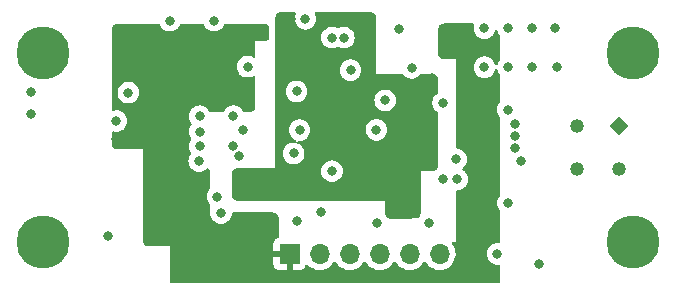
<source format=gbr>
%TF.GenerationSoftware,KiCad,Pcbnew,6.0.6-3a73a75311~116~ubuntu20.04.1*%
%TF.CreationDate,2022-07-05T10:29:56+02:00*%
%TF.ProjectId,Temperature_Tire_Sensor,54656d70-6572-4617-9475-72655f546972,rev?*%
%TF.SameCoordinates,Original*%
%TF.FileFunction,Copper,L3,Inr*%
%TF.FilePolarity,Positive*%
%FSLAX46Y46*%
G04 Gerber Fmt 4.6, Leading zero omitted, Abs format (unit mm)*
G04 Created by KiCad (PCBNEW 6.0.6-3a73a75311~116~ubuntu20.04.1) date 2022-07-05 10:29:56*
%MOMM*%
%LPD*%
G01*
G04 APERTURE LIST*
G04 Aperture macros list*
%AMRotRect*
0 Rectangle, with rotation*
0 The origin of the aperture is its center*
0 $1 length*
0 $2 width*
0 $3 Rotation angle, in degrees counterclockwise*
0 Add horizontal line*
21,1,$1,$2,0,0,$3*%
G04 Aperture macros list end*
%TA.AperFunction,ComponentPad*%
%ADD10C,4.500000*%
%TD*%
%TA.AperFunction,ComponentPad*%
%ADD11RotRect,1.192000X1.192000X45.000000*%
%TD*%
%TA.AperFunction,ComponentPad*%
%ADD12C,1.192000*%
%TD*%
%TA.AperFunction,ComponentPad*%
%ADD13R,1.700000X1.700000*%
%TD*%
%TA.AperFunction,ComponentPad*%
%ADD14O,1.700000X1.700000*%
%TD*%
%TA.AperFunction,ViaPad*%
%ADD15C,0.800000*%
%TD*%
G04 APERTURE END LIST*
D10*
%TO.N,GND*%
%TO.C,H2*%
X153000000Y-115000000D03*
%TD*%
%TO.N,GND*%
%TO.C,H3*%
X103000000Y-99000000D03*
%TD*%
%TO.N,GND*%
%TO.C,H1*%
X153000000Y-99000000D03*
%TD*%
D11*
%TO.N,/SCL*%
%TO.C,IC1*%
X151796051Y-105203949D03*
D12*
%TO.N,/SDA*%
X148203949Y-105203949D03*
%TO.N,Net-(C14-Pad1)*%
X148203949Y-108796051D03*
%TO.N,GND*%
X151796051Y-108796051D03*
%TD*%
D13*
%TO.N,+3V3*%
%TO.C,J1*%
X123900000Y-116000000D03*
D14*
%TO.N,/SWCLK*%
X126440000Y-116000000D03*
%TO.N,GND*%
X128980000Y-116000000D03*
%TO.N,/SWDIO*%
X131520000Y-116000000D03*
%TO.N,/NRST*%
X134060000Y-116000000D03*
%TO.N,/SWO*%
X136600000Y-116000000D03*
%TD*%
D10*
%TO.N,GND*%
%TO.C,H4*%
X103000000Y-115000000D03*
%TD*%
D15*
%TO.N,GND*%
X109250000Y-104750000D03*
X108550000Y-114500000D03*
X135700000Y-113400000D03*
X142400000Y-96900000D03*
X131300000Y-113400000D03*
X116300000Y-105650000D03*
X132000000Y-103000000D03*
X143000000Y-107000000D03*
X119600000Y-107750000D03*
X119150000Y-104350000D03*
X145000000Y-116900000D03*
X140400000Y-100200000D03*
X136900000Y-103200000D03*
X117800000Y-111150000D03*
X110250000Y-102350000D03*
X143000000Y-106000000D03*
X144400000Y-100200000D03*
X143500000Y-108100000D03*
X120350000Y-100150000D03*
X102000000Y-102300000D03*
X125250000Y-96100000D03*
X118100000Y-112550000D03*
X126600000Y-112500000D03*
X142400000Y-111700000D03*
X124500000Y-102250000D03*
X116300000Y-104350000D03*
X138000000Y-108000000D03*
X119150000Y-106900000D03*
X146400000Y-96900000D03*
X116300000Y-106900000D03*
X131250000Y-105500000D03*
X117500000Y-96250000D03*
X133150000Y-97000000D03*
X142400000Y-103800000D03*
X141500000Y-116000000D03*
X116250000Y-108150000D03*
X113750000Y-96250000D03*
X138100000Y-109700000D03*
X136900000Y-109700000D03*
X143000000Y-105000000D03*
X102000000Y-104200000D03*
%TO.N,+3V3*%
X120600000Y-97000000D03*
X109250000Y-106250000D03*
X137700000Y-97000000D03*
X138600000Y-111700000D03*
X112700000Y-109350000D03*
X118900000Y-115600000D03*
X137600000Y-98700000D03*
X122500000Y-113400000D03*
%TO.N,/LED_ERR*%
X128500000Y-97700500D03*
X144425500Y-96900000D03*
%TO.N,/SWCLK*%
X124500000Y-113250000D03*
%TO.N,/SWDIO*%
X124250000Y-107500000D03*
%TO.N,/SWO*%
X127500000Y-109000000D03*
%TO.N,/+3V3_uC*%
X129800000Y-97000000D03*
X119600000Y-109150000D03*
X136000000Y-101100000D03*
X124000000Y-96100000D03*
X121600000Y-110950000D03*
X133500000Y-112500000D03*
X136000000Y-107600000D03*
%TO.N,/CAN_RX*%
X120000000Y-105500000D03*
X124750000Y-105524753D03*
%TO.N,/LED_WAR1*%
X142400000Y-100200000D03*
X129069974Y-100449500D03*
%TO.N,/LED_WAR2*%
X134250000Y-100250000D03*
X146570023Y-100200000D03*
%TO.N,/LED_OK*%
X140400000Y-96900000D03*
X127500000Y-97700000D03*
%TD*%
%TA.AperFunction,Conductor*%
%TO.N,+3V3*%
G36*
X139401459Y-96499563D02*
G01*
X139469573Y-96519576D01*
X139516056Y-96573240D01*
X139526147Y-96643516D01*
X139521266Y-96664498D01*
X139506458Y-96710072D01*
X139505768Y-96716633D01*
X139505768Y-96716635D01*
X139498249Y-96788174D01*
X139486496Y-96900000D01*
X139487186Y-96906565D01*
X139502993Y-97056956D01*
X139506458Y-97089928D01*
X139565473Y-97271556D01*
X139660960Y-97436944D01*
X139788747Y-97578866D01*
X139887843Y-97650864D01*
X139926385Y-97678866D01*
X139943248Y-97691118D01*
X139949276Y-97693802D01*
X139949278Y-97693803D01*
X139963197Y-97700000D01*
X140117712Y-97768794D01*
X140202767Y-97786873D01*
X140298056Y-97807128D01*
X140298061Y-97807128D01*
X140304513Y-97808500D01*
X140495487Y-97808500D01*
X140501939Y-97807128D01*
X140501944Y-97807128D01*
X140597233Y-97786873D01*
X140682288Y-97768794D01*
X140836803Y-97700000D01*
X140850722Y-97693803D01*
X140850724Y-97693802D01*
X140856752Y-97691118D01*
X140873616Y-97678866D01*
X140912157Y-97650864D01*
X141011253Y-97578866D01*
X141139040Y-97436944D01*
X141234527Y-97271556D01*
X141280167Y-97131090D01*
X141320241Y-97072486D01*
X141385637Y-97044849D01*
X141455594Y-97056956D01*
X141507900Y-97104962D01*
X141519832Y-97131089D01*
X141565473Y-97271556D01*
X141660960Y-97436944D01*
X141717637Y-97499890D01*
X141748353Y-97563896D01*
X141750000Y-97584199D01*
X141750000Y-99515801D01*
X141729998Y-99583922D01*
X141717642Y-99600104D01*
X141660960Y-99663056D01*
X141565473Y-99828444D01*
X141563432Y-99834726D01*
X141519833Y-99968909D01*
X141479759Y-100027514D01*
X141414363Y-100055151D01*
X141344406Y-100043044D01*
X141292100Y-99995038D01*
X141280167Y-99968909D01*
X141236568Y-99834726D01*
X141234527Y-99828444D01*
X141139040Y-99663056D01*
X141099169Y-99618774D01*
X141015675Y-99526045D01*
X141015674Y-99526044D01*
X141011253Y-99521134D01*
X140912157Y-99449136D01*
X140862094Y-99412763D01*
X140862093Y-99412762D01*
X140856752Y-99408882D01*
X140850724Y-99406198D01*
X140850722Y-99406197D01*
X140688319Y-99333891D01*
X140688318Y-99333891D01*
X140682288Y-99331206D01*
X140588887Y-99311353D01*
X140501944Y-99292872D01*
X140501939Y-99292872D01*
X140495487Y-99291500D01*
X140304513Y-99291500D01*
X140298061Y-99292872D01*
X140298056Y-99292872D01*
X140211113Y-99311353D01*
X140117712Y-99331206D01*
X140111682Y-99333891D01*
X140111681Y-99333891D01*
X139949278Y-99406197D01*
X139949276Y-99406198D01*
X139943248Y-99408882D01*
X139937907Y-99412762D01*
X139937906Y-99412763D01*
X139887843Y-99449136D01*
X139788747Y-99521134D01*
X139784326Y-99526044D01*
X139784325Y-99526045D01*
X139700832Y-99618774D01*
X139660960Y-99663056D01*
X139565473Y-99828444D01*
X139506458Y-100010072D01*
X139505768Y-100016633D01*
X139505768Y-100016635D01*
X139501720Y-100055151D01*
X139486496Y-100200000D01*
X139487186Y-100206565D01*
X139502993Y-100356956D01*
X139506458Y-100389928D01*
X139565473Y-100571556D01*
X139660960Y-100736944D01*
X139665375Y-100741847D01*
X139665379Y-100741852D01*
X139739305Y-100823955D01*
X139788747Y-100878866D01*
X139943248Y-100991118D01*
X139949276Y-100993802D01*
X139949278Y-100993803D01*
X140094591Y-101058500D01*
X140117712Y-101068794D01*
X140211112Y-101088647D01*
X140298056Y-101107128D01*
X140298061Y-101107128D01*
X140304513Y-101108500D01*
X140495487Y-101108500D01*
X140501939Y-101107128D01*
X140501944Y-101107128D01*
X140588887Y-101088647D01*
X140682288Y-101068794D01*
X140705409Y-101058500D01*
X140850722Y-100993803D01*
X140850724Y-100993802D01*
X140856752Y-100991118D01*
X141011253Y-100878866D01*
X141060695Y-100823955D01*
X141134621Y-100741852D01*
X141134625Y-100741847D01*
X141139040Y-100736944D01*
X141234527Y-100571556D01*
X141280167Y-100431090D01*
X141320241Y-100372486D01*
X141385637Y-100344849D01*
X141455594Y-100356956D01*
X141507900Y-100404962D01*
X141519832Y-100431089D01*
X141565473Y-100571556D01*
X141660960Y-100736944D01*
X141717637Y-100799890D01*
X141748353Y-100863896D01*
X141750000Y-100884199D01*
X141750000Y-103115801D01*
X141729998Y-103183922D01*
X141717642Y-103200104D01*
X141660960Y-103263056D01*
X141565473Y-103428444D01*
X141506458Y-103610072D01*
X141486496Y-103800000D01*
X141487186Y-103806565D01*
X141500905Y-103937090D01*
X141506458Y-103989928D01*
X141565473Y-104171556D01*
X141660960Y-104336944D01*
X141717637Y-104399890D01*
X141748353Y-104463896D01*
X141750000Y-104484199D01*
X141750000Y-111015801D01*
X141729998Y-111083922D01*
X141717642Y-111100104D01*
X141660960Y-111163056D01*
X141565473Y-111328444D01*
X141506458Y-111510072D01*
X141486496Y-111700000D01*
X141487186Y-111706565D01*
X141504483Y-111871134D01*
X141506458Y-111889928D01*
X141565473Y-112071556D01*
X141660960Y-112236944D01*
X141717637Y-112299890D01*
X141748353Y-112363896D01*
X141750000Y-112384199D01*
X141750000Y-114968745D01*
X141729998Y-115036866D01*
X141676342Y-115083359D01*
X141608563Y-115093104D01*
X141608515Y-115093563D01*
X141606699Y-115093372D01*
X141606068Y-115093463D01*
X141603910Y-115093079D01*
X141601943Y-115092872D01*
X141595487Y-115091500D01*
X141404513Y-115091500D01*
X141398061Y-115092872D01*
X141398056Y-115092872D01*
X141311112Y-115111353D01*
X141217712Y-115131206D01*
X141211682Y-115133891D01*
X141211681Y-115133891D01*
X141049278Y-115206197D01*
X141049276Y-115206198D01*
X141043248Y-115208882D01*
X140888747Y-115321134D01*
X140884326Y-115326044D01*
X140884325Y-115326045D01*
X140841217Y-115373922D01*
X140760960Y-115463056D01*
X140665473Y-115628444D01*
X140606458Y-115810072D01*
X140586496Y-116000000D01*
X140587186Y-116006565D01*
X140593844Y-116069908D01*
X140606458Y-116189928D01*
X140665473Y-116371556D01*
X140668776Y-116377278D01*
X140668777Y-116377279D01*
X140702686Y-116436010D01*
X140760960Y-116536944D01*
X140765378Y-116541851D01*
X140765379Y-116541852D01*
X140871631Y-116659857D01*
X140888747Y-116678866D01*
X141043248Y-116791118D01*
X141049276Y-116793802D01*
X141049278Y-116793803D01*
X141074625Y-116805088D01*
X141217712Y-116868794D01*
X141304009Y-116887137D01*
X141398056Y-116907128D01*
X141398061Y-116907128D01*
X141404513Y-116908500D01*
X141595487Y-116908500D01*
X141601944Y-116907128D01*
X141608515Y-116906437D01*
X141608768Y-116908842D01*
X141668608Y-116913415D01*
X141725235Y-116956239D01*
X141749721Y-117022879D01*
X141750000Y-117031255D01*
X141750000Y-118241742D01*
X141748922Y-118258188D01*
X141735128Y-118362963D01*
X141726615Y-118394735D01*
X141718752Y-118413718D01*
X141674204Y-118468999D01*
X141602343Y-118491500D01*
X113897657Y-118491500D01*
X113829536Y-118471498D01*
X113781248Y-118413718D01*
X113773385Y-118394735D01*
X113764872Y-118362963D01*
X113751078Y-118258188D01*
X113750000Y-118241742D01*
X113750000Y-116894669D01*
X122542001Y-116894669D01*
X122542371Y-116901490D01*
X122547895Y-116952352D01*
X122551521Y-116967604D01*
X122596676Y-117088054D01*
X122605214Y-117103649D01*
X122681715Y-117205724D01*
X122694276Y-117218285D01*
X122796351Y-117294786D01*
X122811946Y-117303324D01*
X122932394Y-117348478D01*
X122947649Y-117352105D01*
X122998514Y-117357631D01*
X123005328Y-117358000D01*
X123627885Y-117358000D01*
X123643124Y-117353525D01*
X123644329Y-117352135D01*
X123646000Y-117344452D01*
X123646000Y-116272115D01*
X123641525Y-116256876D01*
X123640135Y-116255671D01*
X123632452Y-116254000D01*
X122560116Y-116254000D01*
X122544877Y-116258475D01*
X122543672Y-116259865D01*
X122542001Y-116267548D01*
X122542001Y-116894669D01*
X113750000Y-116894669D01*
X113750000Y-115375000D01*
X112008258Y-115375000D01*
X111991812Y-115373922D01*
X111887037Y-115360128D01*
X111855265Y-115351615D01*
X111765326Y-115314361D01*
X111736840Y-115297914D01*
X111659607Y-115238651D01*
X111636349Y-115215393D01*
X111577086Y-115138160D01*
X111560639Y-115109674D01*
X111523385Y-115019735D01*
X111514872Y-114987963D01*
X111501078Y-114883188D01*
X111500000Y-114866742D01*
X111500000Y-107165000D01*
X109358258Y-107165000D01*
X109341812Y-107163922D01*
X109237037Y-107150128D01*
X109205265Y-107141615D01*
X109115326Y-107104361D01*
X109086840Y-107087914D01*
X109009607Y-107028651D01*
X108986349Y-107005393D01*
X108927086Y-106928160D01*
X108910639Y-106899674D01*
X108873385Y-106809735D01*
X108864872Y-106777963D01*
X108851078Y-106673188D01*
X108850000Y-106656742D01*
X108850000Y-105749371D01*
X108870002Y-105681250D01*
X108923658Y-105634757D01*
X108993932Y-105624653D01*
X109002197Y-105626124D01*
X109148056Y-105657128D01*
X109148061Y-105657128D01*
X109154513Y-105658500D01*
X109345487Y-105658500D01*
X109351939Y-105657128D01*
X109351944Y-105657128D01*
X109457188Y-105634757D01*
X109532288Y-105618794D01*
X109538319Y-105616109D01*
X109700722Y-105543803D01*
X109700724Y-105543802D01*
X109706752Y-105541118D01*
X109729277Y-105524753D01*
X109763346Y-105500000D01*
X109861253Y-105428866D01*
X109865675Y-105423955D01*
X109984621Y-105291852D01*
X109984622Y-105291851D01*
X109989040Y-105286944D01*
X110084527Y-105121556D01*
X110143542Y-104939928D01*
X110146090Y-104915690D01*
X110162814Y-104756565D01*
X110163504Y-104750000D01*
X110154969Y-104668794D01*
X110144232Y-104566635D01*
X110144232Y-104566633D01*
X110143542Y-104560072D01*
X110084527Y-104378444D01*
X109989040Y-104213056D01*
X109947243Y-104166635D01*
X109865675Y-104076045D01*
X109865674Y-104076044D01*
X109861253Y-104071134D01*
X109706752Y-103958882D01*
X109700724Y-103956198D01*
X109700722Y-103956197D01*
X109538319Y-103883891D01*
X109538318Y-103883891D01*
X109532288Y-103881206D01*
X109438887Y-103861353D01*
X109351944Y-103842872D01*
X109351939Y-103842872D01*
X109345487Y-103841500D01*
X109154513Y-103841500D01*
X109148061Y-103842872D01*
X109148056Y-103842872D01*
X109002197Y-103873876D01*
X108931406Y-103868474D01*
X108874774Y-103825657D01*
X108850280Y-103759020D01*
X108850000Y-103750629D01*
X108850000Y-102350000D01*
X109336496Y-102350000D01*
X109337186Y-102356565D01*
X109354483Y-102521134D01*
X109356458Y-102539928D01*
X109415473Y-102721556D01*
X109510960Y-102886944D01*
X109515378Y-102891851D01*
X109515379Y-102891852D01*
X109612756Y-103000000D01*
X109638747Y-103028866D01*
X109793248Y-103141118D01*
X109799276Y-103143802D01*
X109799278Y-103143803D01*
X109925751Y-103200112D01*
X109967712Y-103218794D01*
X110061112Y-103238647D01*
X110148056Y-103257128D01*
X110148061Y-103257128D01*
X110154513Y-103258500D01*
X110345487Y-103258500D01*
X110351939Y-103257128D01*
X110351944Y-103257128D01*
X110438887Y-103238647D01*
X110532288Y-103218794D01*
X110574249Y-103200112D01*
X110700722Y-103143803D01*
X110700724Y-103143802D01*
X110706752Y-103141118D01*
X110861253Y-103028866D01*
X110887244Y-103000000D01*
X110984621Y-102891852D01*
X110984622Y-102891851D01*
X110989040Y-102886944D01*
X111084527Y-102721556D01*
X111143542Y-102539928D01*
X111145518Y-102521134D01*
X111162814Y-102356565D01*
X111163504Y-102350000D01*
X111143542Y-102160072D01*
X111084527Y-101978444D01*
X110989040Y-101813056D01*
X110861253Y-101671134D01*
X110706752Y-101558882D01*
X110700724Y-101556198D01*
X110700722Y-101556197D01*
X110538319Y-101483891D01*
X110538318Y-101483891D01*
X110532288Y-101481206D01*
X110438887Y-101461353D01*
X110351944Y-101442872D01*
X110351939Y-101442872D01*
X110345487Y-101441500D01*
X110154513Y-101441500D01*
X110148061Y-101442872D01*
X110148056Y-101442872D01*
X110061112Y-101461353D01*
X109967712Y-101481206D01*
X109961682Y-101483891D01*
X109961681Y-101483891D01*
X109799278Y-101556197D01*
X109799276Y-101556198D01*
X109793248Y-101558882D01*
X109638747Y-101671134D01*
X109510960Y-101813056D01*
X109415473Y-101978444D01*
X109356458Y-102160072D01*
X109336496Y-102350000D01*
X108850000Y-102350000D01*
X108850000Y-97008386D01*
X108851078Y-96991938D01*
X108864876Y-96887144D01*
X108873391Y-96855370D01*
X108910659Y-96765414D01*
X108927109Y-96736927D01*
X108942683Y-96716635D01*
X108986393Y-96659684D01*
X109009651Y-96636432D01*
X109086909Y-96577168D01*
X109115401Y-96560724D01*
X109123449Y-96557392D01*
X109205364Y-96523480D01*
X109237137Y-96514973D01*
X109270549Y-96510582D01*
X109341938Y-96501200D01*
X109358386Y-96500126D01*
X112784783Y-96500978D01*
X112852898Y-96520997D01*
X112899378Y-96574664D01*
X112904583Y-96588041D01*
X112915473Y-96621556D01*
X112918776Y-96627277D01*
X112918777Y-96627279D01*
X112924062Y-96636432D01*
X113010960Y-96786944D01*
X113015378Y-96791851D01*
X113015379Y-96791852D01*
X113072224Y-96854985D01*
X113138747Y-96928866D01*
X113293248Y-97041118D01*
X113299276Y-97043802D01*
X113299278Y-97043803D01*
X113461681Y-97116109D01*
X113467712Y-97118794D01*
X113525565Y-97131091D01*
X113648056Y-97157128D01*
X113648061Y-97157128D01*
X113654513Y-97158500D01*
X113845487Y-97158500D01*
X113851939Y-97157128D01*
X113851944Y-97157128D01*
X113974435Y-97131091D01*
X114032288Y-97118794D01*
X114038319Y-97116109D01*
X114200722Y-97043803D01*
X114200724Y-97043802D01*
X114206752Y-97041118D01*
X114361253Y-96928866D01*
X114427776Y-96854985D01*
X114484621Y-96791852D01*
X114484622Y-96791851D01*
X114489040Y-96786944D01*
X114584527Y-96621556D01*
X114586568Y-96615275D01*
X114586571Y-96615268D01*
X114595262Y-96588521D01*
X114635336Y-96529916D01*
X114700733Y-96502280D01*
X114715125Y-96501459D01*
X115888291Y-96501750D01*
X116535085Y-96501911D01*
X116603200Y-96521930D01*
X116649680Y-96575597D01*
X116654886Y-96588973D01*
X116665473Y-96621556D01*
X116760960Y-96786944D01*
X116765378Y-96791851D01*
X116765379Y-96791852D01*
X116822224Y-96854985D01*
X116888747Y-96928866D01*
X117043248Y-97041118D01*
X117049276Y-97043802D01*
X117049278Y-97043803D01*
X117211681Y-97116109D01*
X117217712Y-97118794D01*
X117275565Y-97131091D01*
X117398056Y-97157128D01*
X117398061Y-97157128D01*
X117404513Y-97158500D01*
X117595487Y-97158500D01*
X117601939Y-97157128D01*
X117601944Y-97157128D01*
X117724435Y-97131091D01*
X117782288Y-97118794D01*
X117788319Y-97116109D01*
X117950722Y-97043803D01*
X117950724Y-97043802D01*
X117956752Y-97041118D01*
X118111253Y-96928866D01*
X118177776Y-96854985D01*
X118234621Y-96791852D01*
X118234622Y-96791851D01*
X118239040Y-96786944D01*
X118334527Y-96621556D01*
X118336567Y-96615277D01*
X118336570Y-96615271D01*
X118344959Y-96589453D01*
X118385033Y-96530848D01*
X118450431Y-96503213D01*
X118464822Y-96502392D01*
X121745312Y-96503208D01*
X121761684Y-96504280D01*
X121785815Y-96507448D01*
X121866004Y-96517978D01*
X121897633Y-96526421D01*
X121987238Y-96563377D01*
X122015626Y-96579688D01*
X122092674Y-96638480D01*
X122115903Y-96661556D01*
X122162699Y-96722055D01*
X122188555Y-96788174D01*
X122189033Y-96799165D01*
X122188957Y-97157128D01*
X122188842Y-97699891D01*
X122188842Y-97699998D01*
X122188840Y-97710490D01*
X122168825Y-97778607D01*
X122163030Y-97786873D01*
X122121266Y-97841637D01*
X122097925Y-97865081D01*
X122020333Y-97924799D01*
X121991695Y-97941360D01*
X121901226Y-97978826D01*
X121869270Y-97987359D01*
X121820668Y-97993678D01*
X121763868Y-98001063D01*
X121747324Y-98002115D01*
X121669819Y-98001931D01*
X121574346Y-98001704D01*
X121514062Y-98001561D01*
X121514061Y-98001561D01*
X121012894Y-98000371D01*
X121012875Y-98501540D01*
X121012875Y-98505672D01*
X121012846Y-99261334D01*
X120992841Y-99329454D01*
X120939184Y-99375945D01*
X120868910Y-99386046D01*
X120818166Y-99365450D01*
X120817811Y-99366064D01*
X120813389Y-99363511D01*
X120812788Y-99363267D01*
X120812096Y-99362765D01*
X120806752Y-99358882D01*
X120800724Y-99356198D01*
X120800722Y-99356197D01*
X120638319Y-99283891D01*
X120638318Y-99283891D01*
X120632288Y-99281206D01*
X120538798Y-99261334D01*
X120451944Y-99242872D01*
X120451939Y-99242872D01*
X120445487Y-99241500D01*
X120254513Y-99241500D01*
X120248061Y-99242872D01*
X120248056Y-99242872D01*
X120161202Y-99261334D01*
X120067712Y-99281206D01*
X120061682Y-99283891D01*
X120061681Y-99283891D01*
X119899278Y-99356197D01*
X119899276Y-99356198D01*
X119893248Y-99358882D01*
X119887907Y-99362762D01*
X119887906Y-99362763D01*
X119884208Y-99365450D01*
X119738747Y-99471134D01*
X119610960Y-99613056D01*
X119515473Y-99778444D01*
X119456458Y-99960072D01*
X119436496Y-100150000D01*
X119456458Y-100339928D01*
X119515473Y-100521556D01*
X119610960Y-100686944D01*
X119615378Y-100691851D01*
X119615379Y-100691852D01*
X119655980Y-100736944D01*
X119738747Y-100828866D01*
X119807566Y-100878866D01*
X119887904Y-100937235D01*
X119893248Y-100941118D01*
X119899276Y-100943802D01*
X119899278Y-100943803D01*
X119996833Y-100987237D01*
X120067712Y-101018794D01*
X120161113Y-101038647D01*
X120248056Y-101057128D01*
X120248061Y-101057128D01*
X120254513Y-101058500D01*
X120445487Y-101058500D01*
X120451939Y-101057128D01*
X120451944Y-101057128D01*
X120538887Y-101038647D01*
X120632288Y-101018794D01*
X120703167Y-100987237D01*
X120800722Y-100943803D01*
X120800724Y-100943802D01*
X120806752Y-100941118D01*
X120812094Y-100937236D01*
X120812097Y-100937235D01*
X120812722Y-100936781D01*
X120813145Y-100936630D01*
X120817811Y-100933936D01*
X120818304Y-100934790D01*
X120879591Y-100912924D01*
X120948742Y-100929007D01*
X120998220Y-100979922D01*
X121012780Y-101038722D01*
X121012744Y-101984729D01*
X121012687Y-103492097D01*
X121011608Y-103508544D01*
X120997810Y-103613316D01*
X120989296Y-103645088D01*
X120952035Y-103735032D01*
X120935586Y-103763518D01*
X120876318Y-103840748D01*
X120853059Y-103864004D01*
X120775823Y-103923263D01*
X120747337Y-103939708D01*
X120707522Y-103956197D01*
X120657389Y-103976959D01*
X120625615Y-103985470D01*
X120520840Y-103999256D01*
X120504394Y-104000333D01*
X120069883Y-104000301D01*
X120001763Y-103980294D01*
X119960773Y-103937301D01*
X119889040Y-103813056D01*
X119883196Y-103806565D01*
X119765675Y-103676045D01*
X119765674Y-103676044D01*
X119761253Y-103671134D01*
X119606752Y-103558882D01*
X119600724Y-103556198D01*
X119600722Y-103556197D01*
X119438319Y-103483891D01*
X119438318Y-103483891D01*
X119432288Y-103481206D01*
X119338887Y-103461353D01*
X119251944Y-103442872D01*
X119251939Y-103442872D01*
X119245487Y-103441500D01*
X119054513Y-103441500D01*
X119048061Y-103442872D01*
X119048056Y-103442872D01*
X118961113Y-103461353D01*
X118867712Y-103481206D01*
X118861682Y-103483891D01*
X118861681Y-103483891D01*
X118699278Y-103556197D01*
X118699276Y-103556198D01*
X118693248Y-103558882D01*
X118538747Y-103671134D01*
X118534326Y-103676044D01*
X118534325Y-103676045D01*
X118416805Y-103806565D01*
X118410960Y-103813056D01*
X118407661Y-103818769D01*
X118407658Y-103818774D01*
X118339305Y-103937165D01*
X118287922Y-103986158D01*
X118230177Y-104000165D01*
X118104703Y-104000156D01*
X117219761Y-104000090D01*
X117151641Y-103980083D01*
X117110651Y-103937090D01*
X117102668Y-103923263D01*
X117039040Y-103813056D01*
X117033196Y-103806565D01*
X116915675Y-103676045D01*
X116915674Y-103676044D01*
X116911253Y-103671134D01*
X116756752Y-103558882D01*
X116750724Y-103556198D01*
X116750722Y-103556197D01*
X116588319Y-103483891D01*
X116588318Y-103483891D01*
X116582288Y-103481206D01*
X116488887Y-103461353D01*
X116401944Y-103442872D01*
X116401939Y-103442872D01*
X116395487Y-103441500D01*
X116204513Y-103441500D01*
X116198061Y-103442872D01*
X116198056Y-103442872D01*
X116111113Y-103461353D01*
X116017712Y-103481206D01*
X116011682Y-103483891D01*
X116011681Y-103483891D01*
X115849278Y-103556197D01*
X115849276Y-103556198D01*
X115843248Y-103558882D01*
X115688747Y-103671134D01*
X115684326Y-103676044D01*
X115684325Y-103676045D01*
X115566805Y-103806565D01*
X115560960Y-103813056D01*
X115465473Y-103978444D01*
X115406458Y-104160072D01*
X115386496Y-104350000D01*
X115406458Y-104539928D01*
X115465473Y-104721556D01*
X115560960Y-104886944D01*
X115565378Y-104891851D01*
X115565379Y-104891852D01*
X115586843Y-104915690D01*
X115617561Y-104979697D01*
X115608796Y-105050151D01*
X115586843Y-105084310D01*
X115560960Y-105113056D01*
X115465473Y-105278444D01*
X115406458Y-105460072D01*
X115386496Y-105650000D01*
X115406458Y-105839928D01*
X115465473Y-106021556D01*
X115560960Y-106186944D01*
X115565380Y-106191852D01*
X115569259Y-106197192D01*
X115567920Y-106198165D01*
X115595050Y-106254696D01*
X115586287Y-106325149D01*
X115568750Y-106352438D01*
X115569259Y-106352808D01*
X115565380Y-106358148D01*
X115560960Y-106363056D01*
X115465473Y-106528444D01*
X115406458Y-106710072D01*
X115386496Y-106900000D01*
X115387186Y-106906565D01*
X115404483Y-107071134D01*
X115406458Y-107089928D01*
X115465473Y-107271556D01*
X115468776Y-107277278D01*
X115468777Y-107277279D01*
X115557606Y-107431135D01*
X115574344Y-107500130D01*
X115551124Y-107567222D01*
X115542123Y-107578445D01*
X115515383Y-107608143D01*
X115515380Y-107608147D01*
X115510960Y-107613056D01*
X115415473Y-107778444D01*
X115356458Y-107960072D01*
X115336496Y-108150000D01*
X115356458Y-108339928D01*
X115415473Y-108521556D01*
X115418776Y-108527278D01*
X115418777Y-108527279D01*
X115452686Y-108586010D01*
X115510960Y-108686944D01*
X115515378Y-108691851D01*
X115515379Y-108691852D01*
X115612293Y-108799486D01*
X115638747Y-108828866D01*
X115793248Y-108941118D01*
X115799276Y-108943802D01*
X115799278Y-108943803D01*
X115934794Y-109004138D01*
X115967712Y-109018794D01*
X116061113Y-109038647D01*
X116148056Y-109057128D01*
X116148061Y-109057128D01*
X116154513Y-109058500D01*
X116345487Y-109058500D01*
X116351939Y-109057128D01*
X116351944Y-109057128D01*
X116438887Y-109038647D01*
X116532288Y-109018794D01*
X116565206Y-109004138D01*
X116700722Y-108943803D01*
X116700724Y-108943802D01*
X116706752Y-108941118D01*
X116861253Y-108828866D01*
X116887708Y-108799485D01*
X116948152Y-108762247D01*
X117019136Y-108763599D01*
X117078120Y-108803113D01*
X117097751Y-108835580D01*
X117126615Y-108905266D01*
X117135128Y-108937037D01*
X117148922Y-109041812D01*
X117150000Y-109058258D01*
X117150000Y-110465801D01*
X117129998Y-110533922D01*
X117117642Y-110550104D01*
X117060960Y-110613056D01*
X116965473Y-110778444D01*
X116906458Y-110960072D01*
X116886496Y-111150000D01*
X116906458Y-111339928D01*
X116965473Y-111521556D01*
X117060960Y-111686944D01*
X117117637Y-111749890D01*
X117148353Y-111813896D01*
X117150000Y-111834199D01*
X117150000Y-112500000D01*
X117191751Y-112500000D01*
X117186496Y-112550000D01*
X117187186Y-112556565D01*
X117204483Y-112721134D01*
X117206458Y-112739928D01*
X117265473Y-112921556D01*
X117360960Y-113086944D01*
X117488747Y-113228866D01*
X117643248Y-113341118D01*
X117649276Y-113343802D01*
X117649278Y-113343803D01*
X117794591Y-113408500D01*
X117817712Y-113418794D01*
X117911113Y-113438647D01*
X117998056Y-113457128D01*
X117998061Y-113457128D01*
X118004513Y-113458500D01*
X118195487Y-113458500D01*
X118201939Y-113457128D01*
X118201944Y-113457128D01*
X118288887Y-113438647D01*
X118382288Y-113418794D01*
X118405409Y-113408500D01*
X118550722Y-113343803D01*
X118550724Y-113343802D01*
X118556752Y-113341118D01*
X118711253Y-113228866D01*
X118839040Y-113086944D01*
X118934527Y-112921556D01*
X118993542Y-112739928D01*
X119006901Y-112612829D01*
X119033913Y-112547173D01*
X119092134Y-112506543D01*
X119132210Y-112500000D01*
X122491742Y-112500000D01*
X122508188Y-112501078D01*
X122612963Y-112514872D01*
X122644735Y-112523385D01*
X122734674Y-112560639D01*
X122763160Y-112577086D01*
X122840393Y-112636349D01*
X122863651Y-112659607D01*
X122922914Y-112736840D01*
X122939361Y-112765326D01*
X122976615Y-112855265D01*
X122985128Y-112887037D01*
X122998922Y-112991812D01*
X123000000Y-113008258D01*
X123000000Y-114538663D01*
X122991820Y-114591114D01*
X122944692Y-114644212D01*
X122922068Y-114655393D01*
X122811946Y-114696676D01*
X122796351Y-114705214D01*
X122694276Y-114781715D01*
X122681715Y-114794276D01*
X122605214Y-114896351D01*
X122596676Y-114911946D01*
X122551522Y-115032394D01*
X122547895Y-115047649D01*
X122542369Y-115098514D01*
X122542000Y-115105328D01*
X122542000Y-115727885D01*
X122546475Y-115743124D01*
X122547865Y-115744329D01*
X122555548Y-115746000D01*
X124028000Y-115746000D01*
X124096121Y-115766002D01*
X124142614Y-115819658D01*
X124154000Y-115872000D01*
X124154000Y-117339884D01*
X124158475Y-117355123D01*
X124159865Y-117356328D01*
X124167548Y-117357999D01*
X124794669Y-117357999D01*
X124801490Y-117357629D01*
X124852352Y-117352105D01*
X124867604Y-117348479D01*
X124988054Y-117303324D01*
X125003649Y-117294786D01*
X125105724Y-117218285D01*
X125118285Y-117205724D01*
X125194786Y-117103649D01*
X125203324Y-117088054D01*
X125244225Y-116978952D01*
X125286867Y-116922188D01*
X125353428Y-116897488D01*
X125422777Y-116912696D01*
X125457444Y-116940684D01*
X125482865Y-116970031D01*
X125482869Y-116970035D01*
X125486250Y-116973938D01*
X125658126Y-117116632D01*
X125851000Y-117229338D01*
X126059692Y-117309030D01*
X126064760Y-117310061D01*
X126064763Y-117310062D01*
X126172017Y-117331883D01*
X126278597Y-117353567D01*
X126283772Y-117353757D01*
X126283774Y-117353757D01*
X126496673Y-117361564D01*
X126496677Y-117361564D01*
X126501837Y-117361753D01*
X126506957Y-117361097D01*
X126506959Y-117361097D01*
X126718288Y-117334025D01*
X126718289Y-117334025D01*
X126723416Y-117333368D01*
X126728366Y-117331883D01*
X126932429Y-117270661D01*
X126932434Y-117270659D01*
X126937384Y-117269174D01*
X127137994Y-117170896D01*
X127319860Y-117041173D01*
X127478096Y-116883489D01*
X127487670Y-116870166D01*
X127608453Y-116702077D01*
X127609776Y-116703028D01*
X127656645Y-116659857D01*
X127726580Y-116647625D01*
X127792026Y-116675144D01*
X127819875Y-116706994D01*
X127879987Y-116805088D01*
X128026250Y-116973938D01*
X128198126Y-117116632D01*
X128391000Y-117229338D01*
X128599692Y-117309030D01*
X128604760Y-117310061D01*
X128604763Y-117310062D01*
X128712017Y-117331883D01*
X128818597Y-117353567D01*
X128823772Y-117353757D01*
X128823774Y-117353757D01*
X129036673Y-117361564D01*
X129036677Y-117361564D01*
X129041837Y-117361753D01*
X129046957Y-117361097D01*
X129046959Y-117361097D01*
X129258288Y-117334025D01*
X129258289Y-117334025D01*
X129263416Y-117333368D01*
X129268366Y-117331883D01*
X129472429Y-117270661D01*
X129472434Y-117270659D01*
X129477384Y-117269174D01*
X129677994Y-117170896D01*
X129859860Y-117041173D01*
X130018096Y-116883489D01*
X130027670Y-116870166D01*
X130148453Y-116702077D01*
X130149776Y-116703028D01*
X130196645Y-116659857D01*
X130266580Y-116647625D01*
X130332026Y-116675144D01*
X130359875Y-116706994D01*
X130419987Y-116805088D01*
X130566250Y-116973938D01*
X130738126Y-117116632D01*
X130931000Y-117229338D01*
X131139692Y-117309030D01*
X131144760Y-117310061D01*
X131144763Y-117310062D01*
X131252017Y-117331883D01*
X131358597Y-117353567D01*
X131363772Y-117353757D01*
X131363774Y-117353757D01*
X131576673Y-117361564D01*
X131576677Y-117361564D01*
X131581837Y-117361753D01*
X131586957Y-117361097D01*
X131586959Y-117361097D01*
X131798288Y-117334025D01*
X131798289Y-117334025D01*
X131803416Y-117333368D01*
X131808366Y-117331883D01*
X132012429Y-117270661D01*
X132012434Y-117270659D01*
X132017384Y-117269174D01*
X132217994Y-117170896D01*
X132399860Y-117041173D01*
X132558096Y-116883489D01*
X132567670Y-116870166D01*
X132688453Y-116702077D01*
X132689776Y-116703028D01*
X132736645Y-116659857D01*
X132806580Y-116647625D01*
X132872026Y-116675144D01*
X132899875Y-116706994D01*
X132959987Y-116805088D01*
X133106250Y-116973938D01*
X133278126Y-117116632D01*
X133471000Y-117229338D01*
X133679692Y-117309030D01*
X133684760Y-117310061D01*
X133684763Y-117310062D01*
X133792017Y-117331883D01*
X133898597Y-117353567D01*
X133903772Y-117353757D01*
X133903774Y-117353757D01*
X134116673Y-117361564D01*
X134116677Y-117361564D01*
X134121837Y-117361753D01*
X134126957Y-117361097D01*
X134126959Y-117361097D01*
X134338288Y-117334025D01*
X134338289Y-117334025D01*
X134343416Y-117333368D01*
X134348366Y-117331883D01*
X134552429Y-117270661D01*
X134552434Y-117270659D01*
X134557384Y-117269174D01*
X134757994Y-117170896D01*
X134939860Y-117041173D01*
X135098096Y-116883489D01*
X135107670Y-116870166D01*
X135228453Y-116702077D01*
X135229776Y-116703028D01*
X135276645Y-116659857D01*
X135346580Y-116647625D01*
X135412026Y-116675144D01*
X135439875Y-116706994D01*
X135499987Y-116805088D01*
X135646250Y-116973938D01*
X135818126Y-117116632D01*
X136011000Y-117229338D01*
X136219692Y-117309030D01*
X136224760Y-117310061D01*
X136224763Y-117310062D01*
X136332017Y-117331883D01*
X136438597Y-117353567D01*
X136443772Y-117353757D01*
X136443774Y-117353757D01*
X136656673Y-117361564D01*
X136656677Y-117361564D01*
X136661837Y-117361753D01*
X136666957Y-117361097D01*
X136666959Y-117361097D01*
X136878288Y-117334025D01*
X136878289Y-117334025D01*
X136883416Y-117333368D01*
X136888366Y-117331883D01*
X137092429Y-117270661D01*
X137092434Y-117270659D01*
X137097384Y-117269174D01*
X137297994Y-117170896D01*
X137479860Y-117041173D01*
X137638096Y-116883489D01*
X137647670Y-116870166D01*
X137765435Y-116706277D01*
X137768453Y-116702077D01*
X137778006Y-116682749D01*
X137865136Y-116506453D01*
X137865137Y-116506451D01*
X137867430Y-116501811D01*
X137932370Y-116288069D01*
X137961529Y-116066590D01*
X137963156Y-116000000D01*
X137944852Y-115777361D01*
X137890431Y-115560702D01*
X137801354Y-115355840D01*
X137710495Y-115215393D01*
X137682822Y-115172617D01*
X137682820Y-115172614D01*
X137680014Y-115168277D01*
X137676532Y-115164450D01*
X137664356Y-115151068D01*
X137633304Y-115087222D01*
X137641699Y-115016723D01*
X137655493Y-115000000D01*
X138000000Y-115000000D01*
X138000000Y-110734500D01*
X138020002Y-110666379D01*
X138073658Y-110619886D01*
X138126000Y-110608500D01*
X138195487Y-110608500D01*
X138201939Y-110607128D01*
X138201944Y-110607128D01*
X138288887Y-110588647D01*
X138382288Y-110568794D01*
X138424249Y-110550112D01*
X138550722Y-110493803D01*
X138550724Y-110493802D01*
X138556752Y-110491118D01*
X138711253Y-110378866D01*
X138729247Y-110358882D01*
X138834621Y-110241852D01*
X138834622Y-110241851D01*
X138839040Y-110236944D01*
X138934527Y-110071556D01*
X138993542Y-109889928D01*
X139013504Y-109700000D01*
X138993542Y-109510072D01*
X138934527Y-109328444D01*
X138839040Y-109163056D01*
X138744898Y-109058500D01*
X138715675Y-109026045D01*
X138715674Y-109026044D01*
X138711253Y-109021134D01*
X138566011Y-108915609D01*
X138522657Y-108859387D01*
X138516582Y-108788650D01*
X138549714Y-108725859D01*
X138566010Y-108711738D01*
X138605906Y-108682751D01*
X138605907Y-108682750D01*
X138611253Y-108678866D01*
X138739040Y-108536944D01*
X138834527Y-108371556D01*
X138893542Y-108189928D01*
X138913504Y-108000000D01*
X138893542Y-107810072D01*
X138834527Y-107628444D01*
X138739040Y-107463056D01*
X138611253Y-107321134D01*
X138456752Y-107208882D01*
X138450724Y-107206198D01*
X138450722Y-107206197D01*
X138288319Y-107133891D01*
X138288318Y-107133891D01*
X138282288Y-107131206D01*
X138155993Y-107104361D01*
X138099803Y-107092417D01*
X138037329Y-107058688D01*
X138003008Y-106996539D01*
X138000000Y-106969170D01*
X138000000Y-99500000D01*
X137500319Y-99499684D01*
X137500316Y-99499684D01*
X137496197Y-99499681D01*
X137496191Y-99499681D01*
X136968301Y-99499348D01*
X136951879Y-99498263D01*
X136847254Y-99484441D01*
X136815529Y-99475931D01*
X136725720Y-99438723D01*
X136697273Y-99422303D01*
X136620128Y-99363144D01*
X136596890Y-99339928D01*
X136537659Y-99262841D01*
X136521212Y-99234410D01*
X136483918Y-99144636D01*
X136475378Y-99112918D01*
X136461458Y-99008309D01*
X136460357Y-98991888D01*
X136457222Y-97008175D01*
X136458277Y-96991708D01*
X136471936Y-96886802D01*
X136480417Y-96854985D01*
X136517611Y-96764900D01*
X136534043Y-96736373D01*
X136593314Y-96658994D01*
X136616575Y-96635701D01*
X136693866Y-96576326D01*
X136722376Y-96559850D01*
X136812405Y-96522532D01*
X136844204Y-96514007D01*
X136949108Y-96500199D01*
X136965562Y-96499122D01*
X139401459Y-96499563D01*
G37*
%TD.AperFunction*%
%TD*%
%TA.AperFunction,Conductor*%
%TO.N,/+3V3_uC*%
G36*
X124392341Y-95528502D02*
G01*
X124438834Y-95582158D01*
X124448938Y-95652432D01*
X124433338Y-95697501D01*
X124415473Y-95728444D01*
X124356458Y-95910072D01*
X124336496Y-96100000D01*
X124356458Y-96289928D01*
X124415473Y-96471556D01*
X124510960Y-96636944D01*
X124638747Y-96778866D01*
X124793248Y-96891118D01*
X124799276Y-96893802D01*
X124799278Y-96893803D01*
X124961681Y-96966109D01*
X124967712Y-96968794D01*
X125061112Y-96988647D01*
X125148056Y-97007128D01*
X125148061Y-97007128D01*
X125154513Y-97008500D01*
X125345487Y-97008500D01*
X125351939Y-97007128D01*
X125351944Y-97007128D01*
X125438888Y-96988647D01*
X125532288Y-96968794D01*
X125538319Y-96966109D01*
X125700722Y-96893803D01*
X125700724Y-96893802D01*
X125706752Y-96891118D01*
X125861253Y-96778866D01*
X125989040Y-96636944D01*
X126084527Y-96471556D01*
X126143542Y-96289928D01*
X126163504Y-96100000D01*
X126143542Y-95910072D01*
X126084527Y-95728444D01*
X126067389Y-95698760D01*
X126050651Y-95629764D01*
X126073872Y-95562673D01*
X126129679Y-95518786D01*
X126176861Y-95509760D01*
X128607958Y-95516584D01*
X130745697Y-95522585D01*
X130762116Y-95523706D01*
X130866705Y-95537754D01*
X130898410Y-95546332D01*
X130984358Y-95582158D01*
X130988141Y-95583735D01*
X131016547Y-95600213D01*
X131093564Y-95659538D01*
X131116747Y-95682799D01*
X131175812Y-95760011D01*
X131192198Y-95788477D01*
X131229300Y-95878330D01*
X131237771Y-95910059D01*
X131250800Y-96009578D01*
X131251470Y-96014697D01*
X131252536Y-96031114D01*
X131250000Y-100750000D01*
X133421597Y-100750000D01*
X133489718Y-100770002D01*
X133515230Y-100791687D01*
X133638747Y-100928866D01*
X133710126Y-100980726D01*
X133757749Y-101015326D01*
X133793248Y-101041118D01*
X133799276Y-101043802D01*
X133799278Y-101043803D01*
X133937325Y-101105265D01*
X133967712Y-101118794D01*
X134053538Y-101137037D01*
X134148056Y-101157128D01*
X134148061Y-101157128D01*
X134154513Y-101158500D01*
X134345487Y-101158500D01*
X134351939Y-101157128D01*
X134351944Y-101157128D01*
X134446462Y-101137037D01*
X134532288Y-101118794D01*
X134562675Y-101105265D01*
X134700722Y-101043803D01*
X134700724Y-101043802D01*
X134706752Y-101041118D01*
X134742252Y-101015326D01*
X134789874Y-100980726D01*
X134861253Y-100928866D01*
X134984768Y-100791688D01*
X135045213Y-100754450D01*
X135078403Y-100750000D01*
X135991742Y-100750000D01*
X136008188Y-100751078D01*
X136112963Y-100764872D01*
X136144735Y-100773385D01*
X136234674Y-100810639D01*
X136263160Y-100827086D01*
X136340393Y-100886349D01*
X136363651Y-100909607D01*
X136422914Y-100986840D01*
X136439361Y-101015326D01*
X136476615Y-101105265D01*
X136485128Y-101137037D01*
X136498922Y-101241812D01*
X136500000Y-101258258D01*
X136500000Y-102304167D01*
X136479998Y-102372288D01*
X136442582Y-102407965D01*
X136443248Y-102408882D01*
X136288747Y-102521134D01*
X136160960Y-102663056D01*
X136065473Y-102828444D01*
X136006458Y-103010072D01*
X135986496Y-103200000D01*
X135987186Y-103206565D01*
X136005129Y-103377279D01*
X136006458Y-103389928D01*
X136065473Y-103571556D01*
X136160960Y-103736944D01*
X136165378Y-103741851D01*
X136165379Y-103741852D01*
X136279678Y-103868794D01*
X136288747Y-103878866D01*
X136329535Y-103908500D01*
X136443248Y-103991118D01*
X136442363Y-103992336D01*
X136485995Y-104038100D01*
X136500000Y-104095833D01*
X136500000Y-108491742D01*
X136498922Y-108508188D01*
X136485128Y-108612963D01*
X136476615Y-108644735D01*
X136439361Y-108734674D01*
X136422914Y-108763160D01*
X136363651Y-108840393D01*
X136340393Y-108863651D01*
X136263160Y-108922914D01*
X136234674Y-108939361D01*
X136144735Y-108976615D01*
X136112963Y-108985128D01*
X136008188Y-108998922D01*
X135991742Y-109000000D01*
X135000000Y-109000000D01*
X135000000Y-109504122D01*
X134999999Y-112496767D01*
X134998935Y-112513108D01*
X134985315Y-112617238D01*
X134976910Y-112648818D01*
X134940110Y-112738292D01*
X134923864Y-112766648D01*
X134865294Y-112843639D01*
X134842301Y-112866864D01*
X134765893Y-112926205D01*
X134737701Y-112942733D01*
X134648606Y-112980422D01*
X134617108Y-112989144D01*
X134513127Y-113003804D01*
X134496797Y-113005032D01*
X133930085Y-113010699D01*
X132513303Y-113024867D01*
X132496759Y-113023942D01*
X132391184Y-113011026D01*
X132359154Y-113002729D01*
X132268360Y-112965917D01*
X132239585Y-112949558D01*
X132230583Y-112942733D01*
X132161521Y-112890377D01*
X132138000Y-112867090D01*
X132078040Y-112789619D01*
X132061394Y-112761008D01*
X132051917Y-112738289D01*
X132023679Y-112670593D01*
X132015060Y-112638640D01*
X132001091Y-112533216D01*
X131999999Y-112516665D01*
X132000000Y-112004122D01*
X132000000Y-111500000D01*
X119508258Y-111500000D01*
X119491812Y-111498922D01*
X119387037Y-111485128D01*
X119355265Y-111476615D01*
X119265326Y-111439361D01*
X119236840Y-111422914D01*
X119159607Y-111363651D01*
X119136349Y-111340393D01*
X119077086Y-111263160D01*
X119060639Y-111234674D01*
X119023385Y-111144735D01*
X119014872Y-111112963D01*
X119001078Y-111008188D01*
X119000000Y-110991742D01*
X119000000Y-109258258D01*
X119001078Y-109241812D01*
X119014872Y-109137037D01*
X119023385Y-109105265D01*
X119060639Y-109015326D01*
X119069488Y-109000000D01*
X126586496Y-109000000D01*
X126587186Y-109006565D01*
X126603634Y-109163056D01*
X126606458Y-109189928D01*
X126665473Y-109371556D01*
X126760960Y-109536944D01*
X126888747Y-109678866D01*
X127043248Y-109791118D01*
X127049276Y-109793802D01*
X127049278Y-109793803D01*
X127211681Y-109866109D01*
X127217712Y-109868794D01*
X127311112Y-109888647D01*
X127398056Y-109907128D01*
X127398061Y-109907128D01*
X127404513Y-109908500D01*
X127595487Y-109908500D01*
X127601939Y-109907128D01*
X127601944Y-109907128D01*
X127688888Y-109888647D01*
X127782288Y-109868794D01*
X127788319Y-109866109D01*
X127950722Y-109793803D01*
X127950724Y-109793802D01*
X127956752Y-109791118D01*
X128111253Y-109678866D01*
X128239040Y-109536944D01*
X128334527Y-109371556D01*
X128393542Y-109189928D01*
X128396367Y-109163056D01*
X128412814Y-109006565D01*
X128413504Y-109000000D01*
X128405402Y-108922914D01*
X128394232Y-108816635D01*
X128394232Y-108816633D01*
X128393542Y-108810072D01*
X128334527Y-108628444D01*
X128239040Y-108463056D01*
X128111253Y-108321134D01*
X127956752Y-108208882D01*
X127950724Y-108206198D01*
X127950722Y-108206197D01*
X127788319Y-108133891D01*
X127788318Y-108133891D01*
X127782288Y-108131206D01*
X127688888Y-108111353D01*
X127601944Y-108092872D01*
X127601939Y-108092872D01*
X127595487Y-108091500D01*
X127404513Y-108091500D01*
X127398061Y-108092872D01*
X127398056Y-108092872D01*
X127311112Y-108111353D01*
X127217712Y-108131206D01*
X127211682Y-108133891D01*
X127211681Y-108133891D01*
X127049278Y-108206197D01*
X127049276Y-108206198D01*
X127043248Y-108208882D01*
X126888747Y-108321134D01*
X126760960Y-108463056D01*
X126665473Y-108628444D01*
X126606458Y-108810072D01*
X126605768Y-108816633D01*
X126605768Y-108816635D01*
X126594598Y-108922914D01*
X126586496Y-109000000D01*
X119069488Y-109000000D01*
X119077086Y-108986840D01*
X119136349Y-108909607D01*
X119159607Y-108886349D01*
X119236840Y-108827086D01*
X119265326Y-108810639D01*
X119355265Y-108773385D01*
X119387037Y-108764872D01*
X119491812Y-108751078D01*
X119508258Y-108750000D01*
X122700000Y-108750000D01*
X122700106Y-108250106D01*
X122700132Y-108129834D01*
X122700265Y-107500000D01*
X123336496Y-107500000D01*
X123356458Y-107689928D01*
X123415473Y-107871556D01*
X123510960Y-108036944D01*
X123638747Y-108178866D01*
X123793248Y-108291118D01*
X123799276Y-108293802D01*
X123799278Y-108293803D01*
X123961681Y-108366109D01*
X123967712Y-108368794D01*
X124061113Y-108388647D01*
X124148056Y-108407128D01*
X124148061Y-108407128D01*
X124154513Y-108408500D01*
X124345487Y-108408500D01*
X124351939Y-108407128D01*
X124351944Y-108407128D01*
X124438887Y-108388647D01*
X124532288Y-108368794D01*
X124538319Y-108366109D01*
X124700722Y-108293803D01*
X124700724Y-108293802D01*
X124706752Y-108291118D01*
X124861253Y-108178866D01*
X124989040Y-108036944D01*
X125084527Y-107871556D01*
X125143542Y-107689928D01*
X125163504Y-107500000D01*
X125143542Y-107310072D01*
X125084527Y-107128444D01*
X124989040Y-106963056D01*
X124861253Y-106821134D01*
X124706752Y-106708882D01*
X124700724Y-106706198D01*
X124700722Y-106706197D01*
X124629214Y-106674360D01*
X124575118Y-106628380D01*
X124554469Y-106560453D01*
X124573821Y-106492145D01*
X124627032Y-106445143D01*
X124680463Y-106433253D01*
X124845487Y-106433253D01*
X124851939Y-106431881D01*
X124851944Y-106431881D01*
X124938888Y-106413400D01*
X125032288Y-106393547D01*
X125084803Y-106370166D01*
X125200722Y-106318556D01*
X125200724Y-106318555D01*
X125206752Y-106315871D01*
X125240822Y-106291118D01*
X125262157Y-106275617D01*
X125361253Y-106203619D01*
X125365675Y-106198708D01*
X125484621Y-106066605D01*
X125484622Y-106066604D01*
X125489040Y-106061697D01*
X125584527Y-105896309D01*
X125643542Y-105714681D01*
X125646834Y-105683365D01*
X125662814Y-105531318D01*
X125663504Y-105524753D01*
X125660902Y-105500000D01*
X130336496Y-105500000D01*
X130356458Y-105689928D01*
X130415473Y-105871556D01*
X130418776Y-105877278D01*
X130418777Y-105877279D01*
X130429764Y-105896309D01*
X130510960Y-106036944D01*
X130638747Y-106178866D01*
X130793248Y-106291118D01*
X130799276Y-106293802D01*
X130799278Y-106293803D01*
X130848844Y-106315871D01*
X130967712Y-106368794D01*
X131061113Y-106388647D01*
X131148056Y-106407128D01*
X131148061Y-106407128D01*
X131154513Y-106408500D01*
X131345487Y-106408500D01*
X131351939Y-106407128D01*
X131351944Y-106407128D01*
X131438887Y-106388647D01*
X131532288Y-106368794D01*
X131651156Y-106315871D01*
X131700722Y-106293803D01*
X131700724Y-106293802D01*
X131706752Y-106291118D01*
X131861253Y-106178866D01*
X131989040Y-106036944D01*
X132070236Y-105896309D01*
X132081223Y-105877279D01*
X132081224Y-105877278D01*
X132084527Y-105871556D01*
X132143542Y-105689928D01*
X132163504Y-105500000D01*
X132162814Y-105493435D01*
X132144232Y-105316635D01*
X132144232Y-105316633D01*
X132143542Y-105310072D01*
X132084527Y-105128444D01*
X131989040Y-104963056D01*
X131880045Y-104842004D01*
X131865675Y-104826045D01*
X131865674Y-104826044D01*
X131861253Y-104821134D01*
X131746163Y-104737516D01*
X131712094Y-104712763D01*
X131712093Y-104712762D01*
X131706752Y-104708882D01*
X131700724Y-104706198D01*
X131700722Y-104706197D01*
X131538319Y-104633891D01*
X131538318Y-104633891D01*
X131532288Y-104631206D01*
X131438888Y-104611353D01*
X131351944Y-104592872D01*
X131351939Y-104592872D01*
X131345487Y-104591500D01*
X131154513Y-104591500D01*
X131148061Y-104592872D01*
X131148056Y-104592872D01*
X131061112Y-104611353D01*
X130967712Y-104631206D01*
X130961682Y-104633891D01*
X130961681Y-104633891D01*
X130799278Y-104706197D01*
X130799276Y-104706198D01*
X130793248Y-104708882D01*
X130787907Y-104712762D01*
X130787906Y-104712763D01*
X130753837Y-104737516D01*
X130638747Y-104821134D01*
X130634326Y-104826044D01*
X130634325Y-104826045D01*
X130619956Y-104842004D01*
X130510960Y-104963056D01*
X130415473Y-105128444D01*
X130356458Y-105310072D01*
X130355768Y-105316633D01*
X130355768Y-105316635D01*
X130337186Y-105493435D01*
X130336496Y-105500000D01*
X125660902Y-105500000D01*
X125643542Y-105334825D01*
X125584527Y-105153197D01*
X125573865Y-105134729D01*
X125492341Y-104993527D01*
X125489040Y-104987809D01*
X125361253Y-104845887D01*
X125206752Y-104733635D01*
X125200724Y-104730951D01*
X125200722Y-104730950D01*
X125038319Y-104658644D01*
X125038318Y-104658644D01*
X125032288Y-104655959D01*
X124928467Y-104633891D01*
X124851944Y-104617625D01*
X124851939Y-104617625D01*
X124845487Y-104616253D01*
X124654513Y-104616253D01*
X124648061Y-104617625D01*
X124648056Y-104617625D01*
X124571533Y-104633891D01*
X124467712Y-104655959D01*
X124461682Y-104658644D01*
X124461681Y-104658644D01*
X124299278Y-104730950D01*
X124299276Y-104730951D01*
X124293248Y-104733635D01*
X124138747Y-104845887D01*
X124010960Y-104987809D01*
X124007659Y-104993527D01*
X123926136Y-105134729D01*
X123915473Y-105153197D01*
X123856458Y-105334825D01*
X123836496Y-105524753D01*
X123837186Y-105531318D01*
X123853167Y-105683365D01*
X123856458Y-105714681D01*
X123915473Y-105896309D01*
X124010960Y-106061697D01*
X124015378Y-106066604D01*
X124015379Y-106066605D01*
X124134325Y-106198708D01*
X124138747Y-106203619D01*
X124237843Y-106275617D01*
X124259179Y-106291118D01*
X124293248Y-106315871D01*
X124299276Y-106318555D01*
X124299278Y-106318556D01*
X124370786Y-106350393D01*
X124424882Y-106396373D01*
X124445531Y-106464300D01*
X124426179Y-106532608D01*
X124372968Y-106579610D01*
X124319537Y-106591500D01*
X124154513Y-106591500D01*
X124148061Y-106592872D01*
X124148056Y-106592872D01*
X124061112Y-106611353D01*
X123967712Y-106631206D01*
X123961682Y-106633891D01*
X123961681Y-106633891D01*
X123799278Y-106706197D01*
X123799276Y-106706198D01*
X123793248Y-106708882D01*
X123638747Y-106821134D01*
X123510960Y-106963056D01*
X123415473Y-107128444D01*
X123356458Y-107310072D01*
X123336496Y-107500000D01*
X122700265Y-107500000D01*
X122701331Y-102468774D01*
X122701377Y-102250000D01*
X123586496Y-102250000D01*
X123587186Y-102256565D01*
X123603099Y-102407965D01*
X123606458Y-102439928D01*
X123665473Y-102621556D01*
X123760960Y-102786944D01*
X123765378Y-102791851D01*
X123765379Y-102791852D01*
X123787694Y-102816635D01*
X123888747Y-102928866D01*
X124043248Y-103041118D01*
X124049276Y-103043802D01*
X124049278Y-103043803D01*
X124211681Y-103116109D01*
X124217712Y-103118794D01*
X124311112Y-103138647D01*
X124398056Y-103157128D01*
X124398061Y-103157128D01*
X124404513Y-103158500D01*
X124595487Y-103158500D01*
X124601939Y-103157128D01*
X124601944Y-103157128D01*
X124688888Y-103138647D01*
X124782288Y-103118794D01*
X124788319Y-103116109D01*
X124950722Y-103043803D01*
X124950724Y-103043802D01*
X124956752Y-103041118D01*
X125013346Y-103000000D01*
X131086496Y-103000000D01*
X131087186Y-103006565D01*
X131103011Y-103157128D01*
X131106458Y-103189928D01*
X131165473Y-103371556D01*
X131260960Y-103536944D01*
X131388747Y-103678866D01*
X131543248Y-103791118D01*
X131549276Y-103793802D01*
X131549278Y-103793803D01*
X131711681Y-103866109D01*
X131717712Y-103868794D01*
X131783365Y-103882749D01*
X131898056Y-103907128D01*
X131898061Y-103907128D01*
X131904513Y-103908500D01*
X132095487Y-103908500D01*
X132101939Y-103907128D01*
X132101944Y-103907128D01*
X132216635Y-103882749D01*
X132282288Y-103868794D01*
X132288319Y-103866109D01*
X132450722Y-103793803D01*
X132450724Y-103793802D01*
X132456752Y-103791118D01*
X132611253Y-103678866D01*
X132739040Y-103536944D01*
X132834527Y-103371556D01*
X132893542Y-103189928D01*
X132896990Y-103157128D01*
X132912814Y-103006565D01*
X132913504Y-103000000D01*
X132906028Y-102928866D01*
X132894232Y-102816635D01*
X132894232Y-102816633D01*
X132893542Y-102810072D01*
X132834527Y-102628444D01*
X132739040Y-102463056D01*
X132718216Y-102439928D01*
X132615675Y-102326045D01*
X132615674Y-102326044D01*
X132611253Y-102321134D01*
X132456752Y-102208882D01*
X132450724Y-102206198D01*
X132450722Y-102206197D01*
X132288319Y-102133891D01*
X132288318Y-102133891D01*
X132282288Y-102131206D01*
X132188887Y-102111353D01*
X132101944Y-102092872D01*
X132101939Y-102092872D01*
X132095487Y-102091500D01*
X131904513Y-102091500D01*
X131898061Y-102092872D01*
X131898056Y-102092872D01*
X131811112Y-102111353D01*
X131717712Y-102131206D01*
X131711682Y-102133891D01*
X131711681Y-102133891D01*
X131549278Y-102206197D01*
X131549276Y-102206198D01*
X131543248Y-102208882D01*
X131388747Y-102321134D01*
X131384326Y-102326044D01*
X131384325Y-102326045D01*
X131281785Y-102439928D01*
X131260960Y-102463056D01*
X131165473Y-102628444D01*
X131106458Y-102810072D01*
X131105768Y-102816633D01*
X131105768Y-102816635D01*
X131093972Y-102928866D01*
X131086496Y-103000000D01*
X125013346Y-103000000D01*
X125111253Y-102928866D01*
X125212306Y-102816635D01*
X125234621Y-102791852D01*
X125234622Y-102791851D01*
X125239040Y-102786944D01*
X125334527Y-102621556D01*
X125393542Y-102439928D01*
X125396902Y-102407965D01*
X125412814Y-102256565D01*
X125413504Y-102250000D01*
X125401301Y-102133891D01*
X125394232Y-102066635D01*
X125394232Y-102066633D01*
X125393542Y-102060072D01*
X125334527Y-101878444D01*
X125239040Y-101713056D01*
X125111253Y-101571134D01*
X124956752Y-101458882D01*
X124950724Y-101456198D01*
X124950722Y-101456197D01*
X124788319Y-101383891D01*
X124788318Y-101383891D01*
X124782288Y-101381206D01*
X124673113Y-101358000D01*
X124601944Y-101342872D01*
X124601939Y-101342872D01*
X124595487Y-101341500D01*
X124404513Y-101341500D01*
X124398061Y-101342872D01*
X124398056Y-101342872D01*
X124326887Y-101358000D01*
X124217712Y-101381206D01*
X124211682Y-101383891D01*
X124211681Y-101383891D01*
X124049278Y-101456197D01*
X124049276Y-101456198D01*
X124043248Y-101458882D01*
X123888747Y-101571134D01*
X123760960Y-101713056D01*
X123665473Y-101878444D01*
X123606458Y-102060072D01*
X123605768Y-102066633D01*
X123605768Y-102066635D01*
X123598699Y-102133891D01*
X123586496Y-102250000D01*
X122701377Y-102250000D01*
X122701759Y-100449500D01*
X128156470Y-100449500D01*
X128157160Y-100456065D01*
X128174554Y-100621556D01*
X128176432Y-100639428D01*
X128235447Y-100821056D01*
X128330934Y-100986444D01*
X128335352Y-100991351D01*
X128335353Y-100991352D01*
X128382580Y-101043803D01*
X128458721Y-101128366D01*
X128613222Y-101240618D01*
X128619250Y-101243302D01*
X128619252Y-101243303D01*
X128652842Y-101258258D01*
X128787686Y-101318294D01*
X128881086Y-101338147D01*
X128968030Y-101356628D01*
X128968035Y-101356628D01*
X128974487Y-101358000D01*
X129165461Y-101358000D01*
X129171913Y-101356628D01*
X129171918Y-101356628D01*
X129258862Y-101338147D01*
X129352262Y-101318294D01*
X129487106Y-101258258D01*
X129520696Y-101243303D01*
X129520698Y-101243302D01*
X129526726Y-101240618D01*
X129681227Y-101128366D01*
X129757368Y-101043803D01*
X129804595Y-100991352D01*
X129804596Y-100991351D01*
X129809014Y-100986444D01*
X129904501Y-100821056D01*
X129963516Y-100639428D01*
X129965395Y-100621556D01*
X129982788Y-100456065D01*
X129983478Y-100449500D01*
X129963516Y-100259572D01*
X129904501Y-100077944D01*
X129809014Y-99912556D01*
X129778300Y-99878444D01*
X129685649Y-99775545D01*
X129685648Y-99775544D01*
X129681227Y-99770634D01*
X129526726Y-99658382D01*
X129520698Y-99655698D01*
X129520696Y-99655697D01*
X129358293Y-99583391D01*
X129358292Y-99583391D01*
X129352262Y-99580706D01*
X129258861Y-99560853D01*
X129171918Y-99542372D01*
X129171913Y-99542372D01*
X129165461Y-99541000D01*
X128974487Y-99541000D01*
X128968035Y-99542372D01*
X128968030Y-99542372D01*
X128881087Y-99560853D01*
X128787686Y-99580706D01*
X128781656Y-99583391D01*
X128781655Y-99583391D01*
X128619252Y-99655697D01*
X128619250Y-99655698D01*
X128613222Y-99658382D01*
X128458721Y-99770634D01*
X128454300Y-99775544D01*
X128454299Y-99775545D01*
X128361649Y-99878444D01*
X128330934Y-99912556D01*
X128235447Y-100077944D01*
X128176432Y-100259572D01*
X128156470Y-100449500D01*
X122701759Y-100449500D01*
X122702342Y-97700000D01*
X126586496Y-97700000D01*
X126606458Y-97889928D01*
X126665473Y-98071556D01*
X126760960Y-98236944D01*
X126888747Y-98378866D01*
X127043248Y-98491118D01*
X127049276Y-98493802D01*
X127049278Y-98493803D01*
X127211681Y-98566109D01*
X127217712Y-98568794D01*
X127311112Y-98588647D01*
X127398056Y-98607128D01*
X127398061Y-98607128D01*
X127404513Y-98608500D01*
X127595487Y-98608500D01*
X127601939Y-98607128D01*
X127601944Y-98607128D01*
X127688888Y-98588647D01*
X127782288Y-98568794D01*
X127948191Y-98494930D01*
X128018556Y-98485496D01*
X128050687Y-98494930D01*
X128217712Y-98569294D01*
X128311112Y-98589147D01*
X128398056Y-98607628D01*
X128398061Y-98607628D01*
X128404513Y-98609000D01*
X128595487Y-98609000D01*
X128601939Y-98607628D01*
X128601944Y-98607628D01*
X128688888Y-98589147D01*
X128782288Y-98569294D01*
X128789442Y-98566109D01*
X128950722Y-98494303D01*
X128950724Y-98494302D01*
X128956752Y-98491618D01*
X129111253Y-98379366D01*
X129239040Y-98237444D01*
X129334527Y-98072056D01*
X129393542Y-97890428D01*
X129394285Y-97883365D01*
X129412814Y-97707065D01*
X129413504Y-97700500D01*
X129393542Y-97510572D01*
X129334527Y-97328944D01*
X129239040Y-97163556D01*
X129111253Y-97021634D01*
X128956752Y-96909382D01*
X128950724Y-96906698D01*
X128950722Y-96906697D01*
X128788319Y-96834391D01*
X128788318Y-96834391D01*
X128782288Y-96831706D01*
X128680509Y-96810072D01*
X128601944Y-96793372D01*
X128601939Y-96793372D01*
X128595487Y-96792000D01*
X128404513Y-96792000D01*
X128398061Y-96793372D01*
X128398056Y-96793372D01*
X128319491Y-96810072D01*
X128217712Y-96831706D01*
X128051809Y-96905570D01*
X127981444Y-96915004D01*
X127949313Y-96905570D01*
X127788319Y-96833891D01*
X127788318Y-96833891D01*
X127782288Y-96831206D01*
X127682861Y-96810072D01*
X127601944Y-96792872D01*
X127601939Y-96792872D01*
X127595487Y-96791500D01*
X127404513Y-96791500D01*
X127398061Y-96792872D01*
X127398056Y-96792872D01*
X127317139Y-96810072D01*
X127217712Y-96831206D01*
X127211682Y-96833891D01*
X127211681Y-96833891D01*
X127049278Y-96906197D01*
X127049276Y-96906198D01*
X127043248Y-96908882D01*
X126888747Y-97021134D01*
X126760960Y-97163056D01*
X126665473Y-97328444D01*
X126606458Y-97510072D01*
X126605768Y-97516633D01*
X126605768Y-97516635D01*
X126588717Y-97678866D01*
X126586496Y-97700000D01*
X122702342Y-97700000D01*
X122702700Y-96009574D01*
X122703785Y-95993106D01*
X122717646Y-95888166D01*
X122726193Y-95856349D01*
X122763588Y-95766289D01*
X122780091Y-95737778D01*
X122791677Y-95722719D01*
X122839550Y-95660496D01*
X122862881Y-95637235D01*
X122872653Y-95629764D01*
X122940345Y-95578007D01*
X122968909Y-95561590D01*
X123059073Y-95524470D01*
X123090917Y-95516018D01*
X123141160Y-95509536D01*
X123157281Y-95508500D01*
X124324220Y-95508500D01*
X124392341Y-95528502D01*
G37*
%TD.AperFunction*%
%TD*%
M02*

</source>
